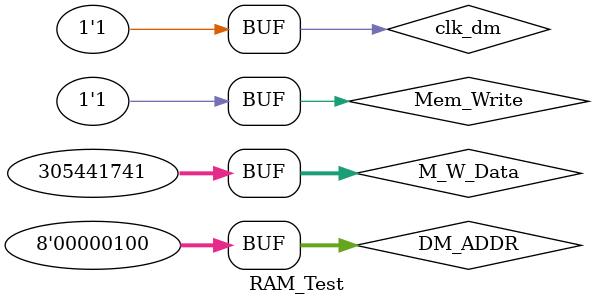
<source format=v>
`timescale 1ns / 1ps


module RAM_Test;
  reg clk_dm;
  reg [0:0] Mem_Write;
  reg [7:0] DM_ADDR;
  reg [31:0] M_W_Data;
  wire [31:0] M_R_Data;

  Data_RAM ram(
    .clk_dm(clk_dm),
    .Mem_Write(Mem_Write),
    .DM_ADDR(DM_ADDR[7:2]),
    .M_W_Data(M_W_Data),
    .M_R_Data(M_R_Data)
  );

  initial
  begin
    clk_dm = 1'b0;
    Mem_Write = 1'b1;
    DM_ADDR = 8'b00000100;
    M_W_Data = 32'h1234ABCD;
    #50; clk_dm = !clk_dm;
    #50; clk_dm = !clk_dm;
    #50; clk_dm = !clk_dm;
  end
//   always #50 clk_dm = !clk_dm;
endmodule

</source>
